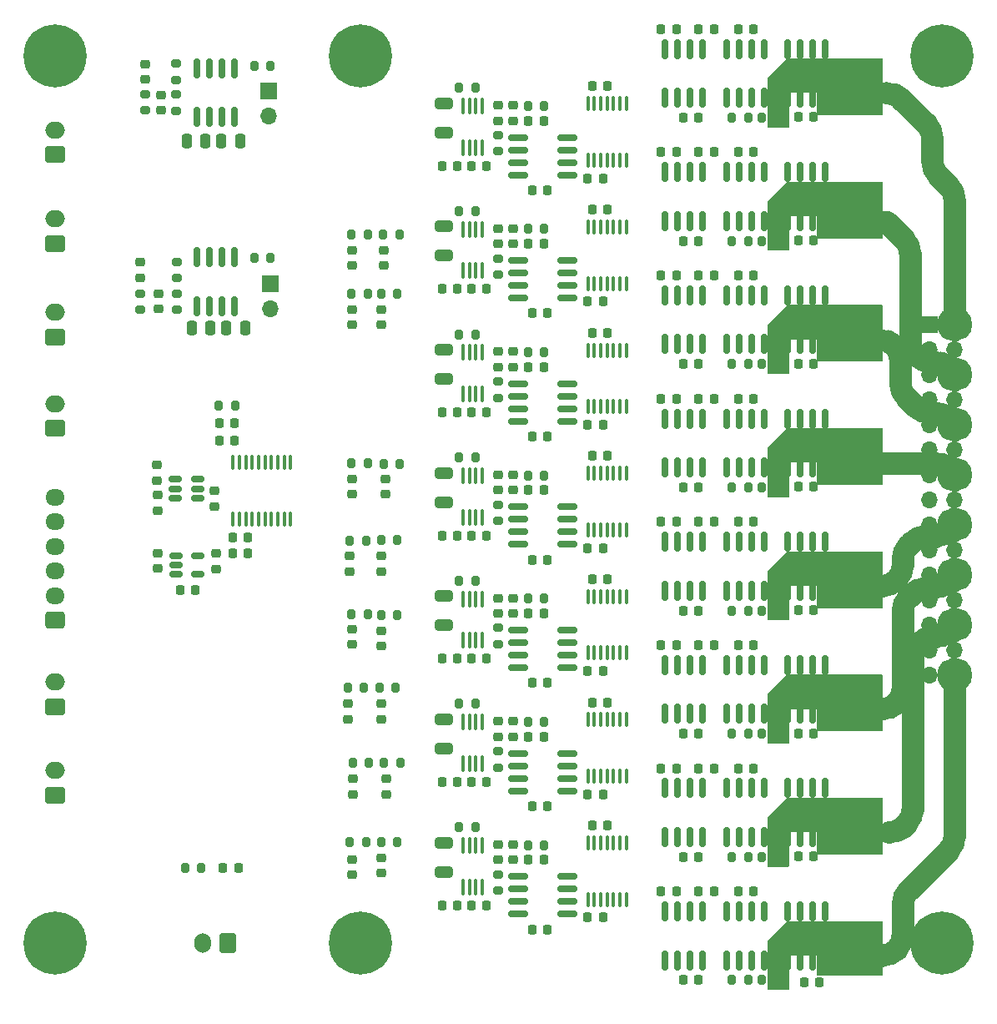
<source format=gts>
%TF.GenerationSoftware,KiCad,Pcbnew,7.0.10*%
%TF.CreationDate,2024-02-04T21:05:04+01:00*%
%TF.ProjectId,demo_LMP7721,64656d6f-5f4c-44d5-9037-3732312e6b69,rev?*%
%TF.SameCoordinates,Original*%
%TF.FileFunction,Soldermask,Top*%
%TF.FilePolarity,Negative*%
%FSLAX46Y46*%
G04 Gerber Fmt 4.6, Leading zero omitted, Abs format (unit mm)*
G04 Created by KiCad (PCBNEW 7.0.10) date 2024-02-04 21:05:04*
%MOMM*%
%LPD*%
G01*
G04 APERTURE LIST*
G04 Aperture macros list*
%AMRoundRect*
0 Rectangle with rounded corners*
0 $1 Rounding radius*
0 $2 $3 $4 $5 $6 $7 $8 $9 X,Y pos of 4 corners*
0 Add a 4 corners polygon primitive as box body*
4,1,4,$2,$3,$4,$5,$6,$7,$8,$9,$2,$3,0*
0 Add four circle primitives for the rounded corners*
1,1,$1+$1,$2,$3*
1,1,$1+$1,$4,$5*
1,1,$1+$1,$6,$7*
1,1,$1+$1,$8,$9*
0 Add four rect primitives between the rounded corners*
20,1,$1+$1,$2,$3,$4,$5,0*
20,1,$1+$1,$4,$5,$6,$7,0*
20,1,$1+$1,$6,$7,$8,$9,0*
20,1,$1+$1,$8,$9,$2,$3,0*%
G04 Aperture macros list end*
%ADD10C,1.795065*%
%ADD11C,2.250000*%
%ADD12C,1.500000*%
%ADD13RoundRect,0.225000X-0.225000X-0.250000X0.225000X-0.250000X0.225000X0.250000X-0.225000X0.250000X0*%
%ADD14RoundRect,0.200000X0.200000X0.275000X-0.200000X0.275000X-0.200000X-0.275000X0.200000X-0.275000X0*%
%ADD15RoundRect,0.225000X-0.250000X0.225000X-0.250000X-0.225000X0.250000X-0.225000X0.250000X0.225000X0*%
%ADD16RoundRect,0.150000X-0.150000X0.825000X-0.150000X-0.825000X0.150000X-0.825000X0.150000X0.825000X0*%
%ADD17RoundRect,0.250000X0.625000X-0.312500X0.625000X0.312500X-0.625000X0.312500X-0.625000X-0.312500X0*%
%ADD18RoundRect,0.225000X0.250000X-0.225000X0.250000X0.225000X-0.250000X0.225000X-0.250000X-0.225000X0*%
%ADD19RoundRect,0.225000X0.225000X0.250000X-0.225000X0.250000X-0.225000X-0.250000X0.225000X-0.250000X0*%
%ADD20RoundRect,0.150000X0.150000X-0.825000X0.150000X0.825000X-0.150000X0.825000X-0.150000X-0.825000X0*%
%ADD21C,0.800000*%
%ADD22C,6.400000*%
%ADD23RoundRect,0.200000X-0.200000X-0.275000X0.200000X-0.275000X0.200000X0.275000X-0.200000X0.275000X0*%
%ADD24RoundRect,0.150000X0.825000X0.150000X-0.825000X0.150000X-0.825000X-0.150000X0.825000X-0.150000X0*%
%ADD25RoundRect,0.200000X-0.275000X0.200000X-0.275000X-0.200000X0.275000X-0.200000X0.275000X0.200000X0*%
%ADD26RoundRect,0.250000X0.725000X-0.600000X0.725000X0.600000X-0.725000X0.600000X-0.725000X-0.600000X0*%
%ADD27O,1.950000X1.700000*%
%ADD28RoundRect,0.250000X-0.650000X0.325000X-0.650000X-0.325000X0.650000X-0.325000X0.650000X0.325000X0*%
%ADD29R,1.700000X1.700000*%
%ADD30O,1.700000X1.700000*%
%ADD31RoundRect,0.100000X0.100000X-0.712500X0.100000X0.712500X-0.100000X0.712500X-0.100000X-0.712500X0*%
%ADD32RoundRect,0.218750X0.218750X0.256250X-0.218750X0.256250X-0.218750X-0.256250X0.218750X-0.256250X0*%
%ADD33RoundRect,0.150000X-0.512500X-0.150000X0.512500X-0.150000X0.512500X0.150000X-0.512500X0.150000X0*%
%ADD34RoundRect,0.250000X-0.250000X-0.475000X0.250000X-0.475000X0.250000X0.475000X-0.250000X0.475000X0*%
%ADD35RoundRect,0.100000X0.100000X-0.637500X0.100000X0.637500X-0.100000X0.637500X-0.100000X-0.637500X0*%
%ADD36RoundRect,0.218750X-0.256250X0.218750X-0.256250X-0.218750X0.256250X-0.218750X0.256250X0.218750X0*%
%ADD37RoundRect,0.250000X0.250000X0.475000X-0.250000X0.475000X-0.250000X-0.475000X0.250000X-0.475000X0*%
%ADD38RoundRect,0.200000X0.275000X-0.200000X0.275000X0.200000X-0.275000X0.200000X-0.275000X-0.200000X0*%
%ADD39RoundRect,0.250000X0.750000X-0.600000X0.750000X0.600000X-0.750000X0.600000X-0.750000X-0.600000X0*%
%ADD40O,2.000000X1.700000*%
%ADD41RoundRect,0.250000X0.600000X0.750000X-0.600000X0.750000X-0.600000X-0.750000X0.600000X-0.750000X0*%
%ADD42O,1.700000X2.000000*%
G04 APERTURE END LIST*
D10*
X162162532Y-87700000D02*
G75*
G03*
X160367468Y-87700000I-897532J0D01*
G01*
X160367468Y-87700000D02*
G75*
G03*
X162162532Y-87700000I897532J0D01*
G01*
D11*
X155860801Y-34360773D02*
G75*
G03*
X154446573Y-33775000I-1414201J-1414227D01*
G01*
X153896573Y-121274980D02*
G75*
G03*
X155310785Y-120689213I27J1999980D01*
G01*
X161265022Y-44593427D02*
G75*
G03*
X160679214Y-43179214I-2000122J-73D01*
G01*
D12*
X153896573Y-121275000D02*
X152750000Y-121275000D01*
D11*
X159261573Y-78714980D02*
G75*
G03*
X160675785Y-78129213I27J1999980D01*
G01*
X159585787Y-42085787D02*
X160679214Y-43179214D01*
X155414213Y-95585787D02*
X155310786Y-95689214D01*
X155749978Y-63171573D02*
G75*
G03*
X156335786Y-64585786I2000122J73D01*
G01*
X155164213Y-59414213D02*
X155110786Y-59360786D01*
X157414213Y-60414213D02*
X157335786Y-60335786D01*
X159585787Y-42085787D02*
X160679214Y-43179214D01*
X155414213Y-120585787D02*
X155310786Y-120689214D01*
X158343427Y-83984978D02*
G75*
G03*
X156929213Y-84570787I73J-2000122D01*
G01*
X156000000Y-116078427D02*
X156000000Y-119171573D01*
X160679227Y-110570801D02*
G75*
G03*
X161265000Y-109156573I-1414227J1414201D01*
G01*
X156749978Y-58921573D02*
G75*
G03*
X157335786Y-60335786I2000122J73D01*
G01*
X159000020Y-40671573D02*
G75*
G03*
X159585788Y-42085786I1999980J-27D01*
G01*
X160675779Y-66790793D02*
G75*
G03*
X159261573Y-66205000I-1414179J-1414107D01*
G01*
X157369220Y-65619206D02*
G75*
G03*
X158783427Y-66205000I1414180J1414106D01*
G01*
D10*
X162162532Y-77540000D02*
G75*
G03*
X160367468Y-77540000I-897532J0D01*
G01*
X160367468Y-77540000D02*
G75*
G03*
X162162532Y-77540000I897532J0D01*
G01*
D11*
X156929213Y-84570787D02*
X156585786Y-84914214D01*
X159015927Y-89000020D02*
G75*
G03*
X157601714Y-89585788I-27J-1999980D01*
G01*
X154646573Y-108774980D02*
G75*
G03*
X156060785Y-108189213I27J1999980D01*
G01*
X159136573Y-89000000D02*
X159015927Y-89000000D01*
X161265000Y-92780000D02*
X161265000Y-109156573D01*
X153896573Y-83775022D02*
G75*
G03*
X155310786Y-83189214I-73J2000122D01*
G01*
X155414206Y-83085780D02*
G75*
G03*
X156000000Y-81671573I-1414106J1414180D01*
G01*
D10*
X162162532Y-67380000D02*
G75*
G03*
X160367468Y-67380000I-897532J0D01*
G01*
X160367468Y-67380000D02*
G75*
G03*
X162162532Y-67380000I897532J0D01*
G01*
D11*
X156585772Y-84914200D02*
G75*
G03*
X156000000Y-86328427I1414228J-1414200D01*
G01*
X161265000Y-67380000D02*
X160675786Y-66790786D01*
X158999980Y-38328427D02*
G75*
G03*
X158414213Y-36914215I-1999980J27D01*
G01*
X159136573Y-61000000D02*
X158828427Y-61000000D01*
X156749984Y-50053122D02*
G75*
G03*
X156164213Y-48638908I-1999984J22D01*
G01*
X157585772Y-89601700D02*
G75*
G03*
X157000000Y-91015927I1414228J-1414200D01*
G01*
X159071573Y-83985022D02*
G75*
G03*
X160485786Y-83399214I-73J2000122D01*
G01*
D10*
X162162532Y-92780000D02*
G75*
G03*
X160367468Y-92780000I-897532J0D01*
G01*
X160367468Y-92780000D02*
G75*
G03*
X162162532Y-92780000I897532J0D01*
G01*
D11*
X158363427Y-78714978D02*
G75*
G03*
X156949213Y-79300787I73J-2000122D01*
G01*
X161265000Y-44593427D02*
X161265000Y-57220000D01*
X155860787Y-34360787D02*
X158414214Y-36914214D01*
X159071573Y-83985000D02*
X158343427Y-83985000D01*
X159000000Y-38328427D02*
X159000000Y-40671573D01*
X156750000Y-58921573D02*
X156750000Y-50053122D01*
X160679213Y-110570787D02*
X156585786Y-114664214D01*
X161265000Y-44593427D02*
X161265000Y-57220000D01*
X155414206Y-120585780D02*
G75*
G03*
X156000000Y-119171573I-1414106J1414180D01*
G01*
X161265022Y-44593427D02*
G75*
G03*
X160679214Y-43179214I-2000122J-73D01*
G01*
X160550800Y-61585772D02*
G75*
G03*
X159136573Y-61000000I-1414200J-1414228D01*
G01*
X155750000Y-63171573D02*
X155750000Y-60828427D01*
X155860801Y-34360773D02*
G75*
G03*
X154446573Y-33775000I-1414201J-1414227D01*
G01*
X155414227Y-95585801D02*
G75*
G03*
X156000000Y-94171573I-1414227J1414201D01*
G01*
X153896573Y-96274980D02*
G75*
G03*
X155310785Y-95689213I27J1999980D01*
G01*
D10*
X162162532Y-62300000D02*
G75*
G03*
X160367468Y-62300000I-897532J0D01*
G01*
X160367468Y-62300000D02*
G75*
G03*
X162162532Y-62300000I897532J0D01*
G01*
D11*
X161265000Y-62300000D02*
X160550786Y-61585786D01*
X156585793Y-114664221D02*
G75*
G03*
X156000000Y-116078427I1414107J-1414179D01*
G01*
D10*
X162162532Y-72460000D02*
G75*
G03*
X160367468Y-72460000I-897532J0D01*
G01*
X160367468Y-72460000D02*
G75*
G03*
X162162532Y-72460000I897532J0D01*
G01*
D11*
X159261573Y-66205000D02*
X158783427Y-66205000D01*
X156000000Y-86328427D02*
X156000000Y-94171573D01*
X157369213Y-65619213D02*
X156335786Y-64585786D01*
X161265000Y-72460000D02*
X160665786Y-71860786D01*
X161265000Y-82620000D02*
X160485786Y-83399214D01*
D12*
X154646573Y-108775000D02*
X152750000Y-108775000D01*
D11*
X159000020Y-40671573D02*
G75*
G03*
X159585788Y-42085786I1999980J-27D01*
G01*
X153896573Y-83775000D02*
X152750000Y-83775000D01*
D10*
X162162532Y-57220000D02*
G75*
G03*
X160367468Y-57220000I-897532J0D01*
G01*
X160367468Y-57220000D02*
G75*
G03*
X162162532Y-57220000I897532J0D01*
G01*
D12*
X154386081Y-46860796D02*
G75*
G03*
X152971878Y-46275000I-1414181J-1414104D01*
G01*
D11*
X159251573Y-71275000D02*
X152750000Y-71275000D01*
X155110779Y-59360793D02*
G75*
G03*
X153696573Y-58775000I-1414179J-1414107D01*
G01*
X155750022Y-60828427D02*
G75*
G03*
X155164213Y-59414213I-2000122J-73D01*
G01*
X156000000Y-81078427D02*
X156000000Y-81671573D01*
X159000000Y-38328427D02*
X159000000Y-40671573D01*
D12*
X153696573Y-58775000D02*
X152750000Y-58775000D01*
D11*
X161265000Y-87700000D02*
X160550786Y-88414214D01*
D10*
X162162532Y-82620000D02*
G75*
G03*
X160367468Y-82620000I-897532J0D01*
G01*
X160367468Y-82620000D02*
G75*
G03*
X162162532Y-82620000I897532J0D01*
G01*
D11*
X157601713Y-89585787D02*
X157585786Y-89601714D01*
X161265000Y-77540000D02*
X160675786Y-78129214D01*
X157414199Y-60414227D02*
G75*
G03*
X158828427Y-61000000I1414201J1414227D01*
G01*
X156414213Y-107835787D02*
X156060786Y-108189214D01*
X159136573Y-89000022D02*
G75*
G03*
X160550786Y-88414214I-73J2000122D01*
G01*
X158999980Y-38328427D02*
G75*
G03*
X158414213Y-36914215I-1999980J27D01*
G01*
X156414227Y-107835801D02*
G75*
G03*
X157000000Y-106421573I-1414227J1414201D01*
G01*
X159261573Y-78715000D02*
X158363427Y-78715000D01*
X156585772Y-79664200D02*
G75*
G03*
X156000000Y-81078427I1414228J-1414200D01*
G01*
X155414213Y-83085787D02*
X155310786Y-83189214D01*
X156164213Y-48638908D02*
X154386091Y-46860786D01*
D12*
X153896573Y-96275000D02*
X152750000Y-96275000D01*
D11*
X157000000Y-91015927D02*
X157000000Y-106421573D01*
X156949213Y-79300787D02*
X156585786Y-79664214D01*
X160665779Y-71860793D02*
G75*
G03*
X159251573Y-71275000I-1414179J-1414107D01*
G01*
X155860787Y-34360787D02*
X158414214Y-36914214D01*
D13*
%TO.C,C82*%
X124475000Y-33062500D03*
X126025000Y-33062500D03*
%TD*%
D14*
%TO.C,R71*%
X91825000Y-50500000D03*
X90175000Y-50500000D03*
%TD*%
D15*
%TO.C,C7*%
X86150000Y-74114000D03*
X86150000Y-75664000D03*
%TD*%
D16*
%TO.C,U3*%
X135655000Y-41775000D03*
X134385000Y-41775000D03*
X133115000Y-41775000D03*
X131845000Y-41775000D03*
X131845000Y-46725000D03*
X133115000Y-46725000D03*
X134385000Y-46725000D03*
X135655000Y-46725000D03*
%TD*%
D17*
%TO.C,R9*%
X150500000Y-34212500D03*
X150500000Y-31287500D03*
%TD*%
D18*
%TO.C,C112*%
X103100000Y-112875000D03*
X103100000Y-111325000D03*
%TD*%
%TO.C,C15*%
X80700000Y-35505000D03*
X80700000Y-33955000D03*
%TD*%
D13*
%TO.C,C86*%
X133725000Y-123750000D03*
X135275000Y-123750000D03*
%TD*%
%TO.C,C137*%
X118025000Y-36550000D03*
X119575000Y-36550000D03*
%TD*%
%TO.C,C67*%
X124475000Y-108062500D03*
X126025000Y-108062500D03*
%TD*%
D19*
%TO.C,C42*%
X136825000Y-64750000D03*
X135275000Y-64750000D03*
%TD*%
D20*
%TO.C,U18*%
X138095000Y-59225000D03*
X139365000Y-59225000D03*
X140635000Y-59225000D03*
X141905000Y-59225000D03*
X141905000Y-54275000D03*
X140635000Y-54275000D03*
X139365000Y-54275000D03*
X138095000Y-54275000D03*
%TD*%
D21*
%TO.C,H3*%
X67600000Y-120000000D03*
X68302944Y-118302944D03*
X68302944Y-121697056D03*
X70000000Y-117600000D03*
D22*
X70000000Y-120000000D03*
D21*
X70000000Y-122400000D03*
X71697056Y-118302944D03*
X71697056Y-121697056D03*
X72400000Y-120000000D03*
%TD*%
D23*
%TO.C,R13*%
X103075000Y-54075000D03*
X104725000Y-54075000D03*
%TD*%
D24*
%TO.C,U40*%
X121925000Y-104555000D03*
X121925000Y-103285000D03*
X121925000Y-102015000D03*
X121925000Y-100745000D03*
X116975000Y-100745000D03*
X116975000Y-102015000D03*
X116975000Y-103285000D03*
X116975000Y-104555000D03*
%TD*%
%TO.C,U8*%
X121925000Y-54555000D03*
X121925000Y-53285000D03*
X121925000Y-52015000D03*
X121925000Y-50745000D03*
X116975000Y-50745000D03*
X116975000Y-52015000D03*
X116975000Y-53285000D03*
X116975000Y-54555000D03*
%TD*%
D18*
%TO.C,C17*%
X103300000Y-51250000D03*
X103300000Y-49700000D03*
%TD*%
%TO.C,C117*%
X100100000Y-89675000D03*
X100100000Y-88125000D03*
%TD*%
D25*
%TO.C,R63*%
X114950000Y-38025000D03*
X114950000Y-39675000D03*
%TD*%
D19*
%TO.C,C74*%
X110775000Y-103650000D03*
X109225000Y-103650000D03*
%TD*%
D17*
%TO.C,R41*%
X150500000Y-121712500D03*
X150500000Y-118787500D03*
%TD*%
D26*
%TO.C,J2*%
X69975000Y-87250000D03*
D27*
X69975000Y-84750000D03*
X69975000Y-82250000D03*
X69975000Y-79750000D03*
X69975000Y-77250000D03*
X69975000Y-74750000D03*
%TD*%
D15*
%TO.C,C46*%
X114950000Y-60000000D03*
X114950000Y-61550000D03*
%TD*%
D28*
%TO.C,C129*%
X109400000Y-109800000D03*
X109400000Y-112750000D03*
%TD*%
D19*
%TO.C,C98*%
X136825000Y-89750000D03*
X135275000Y-89750000D03*
%TD*%
D13*
%TO.C,C77*%
X124475000Y-95562500D03*
X126025000Y-95562500D03*
%TD*%
D18*
%TO.C,C16*%
X152750000Y-33775000D03*
X152750000Y-32225000D03*
%TD*%
D29*
%TO.C,U38*%
X158725000Y-57220000D03*
D30*
X161265000Y-57220000D03*
X158725000Y-59760000D03*
X161265000Y-59760000D03*
X158725000Y-62300000D03*
X161265000Y-62300000D03*
X158725000Y-64840000D03*
X161265000Y-64840000D03*
X158725000Y-67380000D03*
X161265000Y-67380000D03*
X158725000Y-69920000D03*
X161265000Y-69920000D03*
X158725000Y-72460000D03*
X161265000Y-72460000D03*
X158725000Y-75000000D03*
X161265000Y-75000000D03*
X158725000Y-77540000D03*
X161265000Y-77540000D03*
X158725000Y-80080000D03*
X161265000Y-80080000D03*
X158725000Y-82620000D03*
X161265000Y-82620000D03*
X158725000Y-85160000D03*
X161265000Y-85160000D03*
X158725000Y-87700000D03*
X161265000Y-87700000D03*
X158725000Y-90240000D03*
X161265000Y-90240000D03*
X158725000Y-92780000D03*
X161265000Y-92780000D03*
%TD*%
D18*
%TO.C,C20*%
X100100000Y-51250000D03*
X100100000Y-49700000D03*
%TD*%
D13*
%TO.C,C65*%
X118375000Y-118600000D03*
X119925000Y-118600000D03*
%TD*%
D31*
%TO.C,U39*%
X111387500Y-101787501D03*
X112037500Y-101787501D03*
X112687500Y-101787501D03*
X113337500Y-101787501D03*
X113337500Y-97562501D03*
X112687500Y-97562501D03*
X112037500Y-97562501D03*
X111387500Y-97562501D03*
%TD*%
D17*
%TO.C,R28*%
X150500000Y-84212500D03*
X150500000Y-81287500D03*
%TD*%
D25*
%TO.C,R69*%
X114950000Y-113025000D03*
X114950000Y-114675000D03*
%TD*%
D23*
%TO.C,R50*%
X100075000Y-86630000D03*
X101725000Y-86630000D03*
%TD*%
D13*
%TO.C,C92*%
X112225000Y-116150000D03*
X113775000Y-116150000D03*
%TD*%
D15*
%TO.C,C66*%
X114950000Y-110000000D03*
X114950000Y-111550000D03*
%TD*%
D13*
%TO.C,C59*%
X124025000Y-79900000D03*
X125575000Y-79900000D03*
%TD*%
%TO.C,C75*%
X118375000Y-106100000D03*
X119925000Y-106100000D03*
%TD*%
D18*
%TO.C,C97*%
X103100000Y-89875000D03*
X103100000Y-88325000D03*
%TD*%
%TO.C,C4*%
X80350000Y-76089000D03*
X80350000Y-74539000D03*
%TD*%
D19*
%TO.C,C110*%
X146975000Y-111200000D03*
X145425000Y-111200000D03*
%TD*%
%TO.C,C29*%
X136825000Y-52250000D03*
X135275000Y-52250000D03*
%TD*%
D15*
%TO.C,C134*%
X116500000Y-85000000D03*
X116500000Y-86550000D03*
%TD*%
D20*
%TO.C,U24*%
X138095000Y-84225000D03*
X139365000Y-84225000D03*
X140635000Y-84225000D03*
X141905000Y-84225000D03*
X141905000Y-79275000D03*
X140635000Y-79275000D03*
X139365000Y-79275000D03*
X138095000Y-79275000D03*
%TD*%
D32*
%TO.C,D2*%
X88587500Y-112400000D03*
X87012500Y-112400000D03*
%TD*%
D13*
%TO.C,C107*%
X133725000Y-111250000D03*
X135275000Y-111250000D03*
%TD*%
%TO.C,C91*%
X112225000Y-78650000D03*
X113775000Y-78650000D03*
%TD*%
D18*
%TO.C,C109*%
X152750000Y-108775000D03*
X152750000Y-107225000D03*
%TD*%
D13*
%TO.C,C99*%
X131475000Y-89750000D03*
X133025000Y-89750000D03*
%TD*%
D33*
%TO.C,U6*%
X82150000Y-72939000D03*
X82150000Y-73889000D03*
X82150000Y-74839000D03*
X84425000Y-74839000D03*
X84425000Y-73889000D03*
X84425000Y-72939000D03*
%TD*%
D13*
%TO.C,C141*%
X118025000Y-86550000D03*
X119575000Y-86550000D03*
%TD*%
D34*
%TO.C,C114*%
X83850000Y-57600000D03*
X85750000Y-57600000D03*
%TD*%
D15*
%TO.C,C130*%
X116500000Y-35000000D03*
X116500000Y-36550000D03*
%TD*%
D31*
%TO.C,U34*%
X111387500Y-89287501D03*
X112037500Y-89287501D03*
X112687500Y-89287501D03*
X113337500Y-89287501D03*
X113337500Y-85062501D03*
X112687500Y-85062501D03*
X112037500Y-85062501D03*
X111387500Y-85062501D03*
%TD*%
D14*
%TO.C,R2*%
X140300000Y-48750000D03*
X138650000Y-48750000D03*
%TD*%
D15*
%TO.C,C133*%
X116500000Y-72500000D03*
X116500000Y-74050000D03*
%TD*%
D16*
%TO.C,U20*%
X135655000Y-66775000D03*
X134385000Y-66775000D03*
X133115000Y-66775000D03*
X131845000Y-66775000D03*
X131845000Y-71725000D03*
X133115000Y-71725000D03*
X134385000Y-71725000D03*
X135655000Y-71725000D03*
%TD*%
D14*
%TO.C,R25*%
X140300000Y-86250000D03*
X138650000Y-86250000D03*
%TD*%
D13*
%TO.C,C89*%
X112225000Y-53650000D03*
X113775000Y-53650000D03*
%TD*%
D23*
%TO.C,R12*%
X117975000Y-110050000D03*
X119625000Y-110050000D03*
%TD*%
D13*
%TO.C,C142*%
X118025000Y-99050000D03*
X119575000Y-99050000D03*
%TD*%
D23*
%TO.C,R48*%
X100075000Y-71300000D03*
X101725000Y-71300000D03*
%TD*%
D20*
%TO.C,U5*%
X84365000Y-36205000D03*
X85635000Y-36205000D03*
X86905000Y-36205000D03*
X88175000Y-36205000D03*
X88175000Y-31255000D03*
X86905000Y-31255000D03*
X85635000Y-31255000D03*
X84365000Y-31255000D03*
%TD*%
D19*
%TO.C,C41*%
X140875000Y-27250000D03*
X139325000Y-27250000D03*
%TD*%
%TO.C,C3*%
X110775000Y-53650000D03*
X109225000Y-53650000D03*
%TD*%
D15*
%TO.C,C71*%
X114950000Y-85000000D03*
X114950000Y-86550000D03*
%TD*%
D18*
%TO.C,C111*%
X103600000Y-104875000D03*
X103600000Y-103325000D03*
%TD*%
D35*
%TO.C,U2*%
X88025000Y-76951500D03*
X88675000Y-76951500D03*
X89325000Y-76951500D03*
X89975000Y-76951500D03*
X90625000Y-76951500D03*
X91275000Y-76951500D03*
X91925000Y-76951500D03*
X92575000Y-76951500D03*
X93225000Y-76951500D03*
X93875000Y-76951500D03*
X93875000Y-71226500D03*
X93225000Y-71226500D03*
X92575000Y-71226500D03*
X91925000Y-71226500D03*
X91275000Y-71226500D03*
X90625000Y-71226500D03*
X89975000Y-71226500D03*
X89325000Y-71226500D03*
X88675000Y-71226500D03*
X88025000Y-71226500D03*
%TD*%
D17*
%TO.C,R22*%
X150500000Y-71712500D03*
X150500000Y-68787500D03*
%TD*%
D14*
%TO.C,R7*%
X140300000Y-36250000D03*
X138650000Y-36250000D03*
%TD*%
D23*
%TO.C,R24*%
X117975000Y-97550000D03*
X119625000Y-97550000D03*
%TD*%
D19*
%TO.C,C39*%
X146975000Y-61200000D03*
X145425000Y-61200000D03*
%TD*%
D13*
%TO.C,C50*%
X124025000Y-67400000D03*
X125575000Y-67400000D03*
%TD*%
D23*
%TO.C,R5*%
X86575000Y-65426500D03*
X88225000Y-65426500D03*
%TD*%
D29*
%TO.C,J10*%
X91850000Y-53065000D03*
D30*
X91850000Y-55605000D03*
%TD*%
D15*
%TO.C,C30*%
X114950000Y-47500000D03*
X114950000Y-49050000D03*
%TD*%
D14*
%TO.C,R60*%
X112625000Y-83225000D03*
X110975000Y-83225000D03*
%TD*%
D18*
%TO.C,C19*%
X80500000Y-55675000D03*
X80500000Y-54125000D03*
%TD*%
D21*
%TO.C,H4*%
X157600000Y-120000000D03*
X158302944Y-118302944D03*
X158302944Y-121697056D03*
X160000000Y-117600000D03*
D22*
X160000000Y-120000000D03*
D21*
X160000000Y-122400000D03*
X161697056Y-118302944D03*
X161697056Y-121697056D03*
X162400000Y-120000000D03*
%TD*%
D25*
%TO.C,R65*%
X114950000Y-63025000D03*
X114950000Y-64675000D03*
%TD*%
D16*
%TO.C,U17*%
X135655000Y-54275000D03*
X134385000Y-54275000D03*
X133115000Y-54275000D03*
X131845000Y-54275000D03*
X131845000Y-59225000D03*
X133115000Y-59225000D03*
X134385000Y-59225000D03*
X135655000Y-59225000D03*
%TD*%
D25*
%TO.C,R66*%
X114950000Y-75525000D03*
X114950000Y-77175000D03*
%TD*%
D23*
%TO.C,R53*%
X99900000Y-109770000D03*
X101550000Y-109770000D03*
%TD*%
D36*
%TO.C,D3*%
X79100000Y-30812500D03*
X79100000Y-32387500D03*
%TD*%
D18*
%TO.C,C88*%
X152750000Y-121275000D03*
X152750000Y-119725000D03*
%TD*%
D15*
%TO.C,C136*%
X116500000Y-110000000D03*
X116500000Y-111550000D03*
%TD*%
D13*
%TO.C,C61*%
X133725000Y-86250000D03*
X135275000Y-86250000D03*
%TD*%
D19*
%TO.C,C51*%
X146975000Y-73700000D03*
X145425000Y-73700000D03*
%TD*%
D23*
%TO.C,R4*%
X117975000Y-47550000D03*
X119625000Y-47550000D03*
%TD*%
%TO.C,R47*%
X100075000Y-54075000D03*
X101725000Y-54075000D03*
%TD*%
D13*
%TO.C,C43*%
X131475000Y-64750000D03*
X133025000Y-64750000D03*
%TD*%
D19*
%TO.C,C8*%
X84187500Y-84214000D03*
X82637500Y-84214000D03*
%TD*%
D21*
%TO.C,H1*%
X157600000Y-30000000D03*
X158302944Y-28302944D03*
X158302944Y-31697056D03*
X160000000Y-27600000D03*
D22*
X160000000Y-30000000D03*
D21*
X160000000Y-32400000D03*
X161697056Y-28302944D03*
X161697056Y-31697056D03*
X162400000Y-30000000D03*
%TD*%
D28*
%TO.C,C126*%
X109400000Y-72300000D03*
X109400000Y-75250000D03*
%TD*%
D13*
%TO.C,C24*%
X133725000Y-48750000D03*
X135275000Y-48750000D03*
%TD*%
D31*
%TO.C,U31*%
X111387500Y-114287501D03*
X112037500Y-114287501D03*
X112687500Y-114287501D03*
X113337500Y-114287501D03*
X113337500Y-110062501D03*
X112687500Y-110062501D03*
X112037500Y-110062501D03*
X111387500Y-110062501D03*
%TD*%
D35*
%TO.C,U43*%
X124050000Y-40562500D03*
X124700000Y-40562500D03*
X125350000Y-40562500D03*
X126000000Y-40562500D03*
X126650000Y-40562500D03*
X127300000Y-40562500D03*
X127950000Y-40562500D03*
X127950000Y-34837500D03*
X127300000Y-34837500D03*
X126650000Y-34837500D03*
X126000000Y-34837500D03*
X125350000Y-34837500D03*
X124700000Y-34837500D03*
X124050000Y-34837500D03*
%TD*%
%TO.C,U37*%
X124050000Y-90562500D03*
X124700000Y-90562500D03*
X125350000Y-90562500D03*
X126000000Y-90562500D03*
X126650000Y-90562500D03*
X127300000Y-90562500D03*
X127950000Y-90562500D03*
X127950000Y-84837500D03*
X127300000Y-84837500D03*
X126650000Y-84837500D03*
X126000000Y-84837500D03*
X125350000Y-84837500D03*
X124700000Y-84837500D03*
X124050000Y-84837500D03*
%TD*%
D34*
%TO.C,C122*%
X83320000Y-38600000D03*
X85220000Y-38600000D03*
%TD*%
D37*
%TO.C,C121*%
X88750000Y-38600000D03*
X86850000Y-38600000D03*
%TD*%
D19*
%TO.C,C79*%
X110775000Y-41150000D03*
X109225000Y-41150000D03*
%TD*%
D16*
%TO.C,U45*%
X135655000Y-116775000D03*
X134385000Y-116775000D03*
X133115000Y-116775000D03*
X131845000Y-116775000D03*
X131845000Y-121725000D03*
X133115000Y-121725000D03*
X134385000Y-121725000D03*
X135655000Y-121725000D03*
%TD*%
D38*
%TO.C,R45*%
X79100000Y-35525000D03*
X79100000Y-33875000D03*
%TD*%
D29*
%TO.C,J7*%
X91680000Y-33535000D03*
D30*
X91680000Y-36075000D03*
%TD*%
D31*
%TO.C,U41*%
X111387500Y-39287501D03*
X112037500Y-39287501D03*
X112687500Y-39287501D03*
X113337500Y-39287501D03*
X113337500Y-35062501D03*
X112687500Y-35062501D03*
X112037500Y-35062501D03*
X111387500Y-35062501D03*
%TD*%
D25*
%TO.C,R67*%
X114950000Y-88025000D03*
X114950000Y-89675000D03*
%TD*%
D14*
%TO.C,R40*%
X143325000Y-123750000D03*
X141675000Y-123750000D03*
%TD*%
D20*
%TO.C,U49*%
X138095000Y-96725000D03*
X139365000Y-96725000D03*
X140635000Y-96725000D03*
X141905000Y-96725000D03*
X141905000Y-91775000D03*
X140635000Y-91775000D03*
X139365000Y-91775000D03*
X138095000Y-91775000D03*
%TD*%
D35*
%TO.C,U9*%
X124050000Y-53062500D03*
X124700000Y-53062500D03*
X125350000Y-53062500D03*
X126000000Y-53062500D03*
X126650000Y-53062500D03*
X127300000Y-53062500D03*
X127950000Y-53062500D03*
X127950000Y-47337500D03*
X127300000Y-47337500D03*
X126650000Y-47337500D03*
X126000000Y-47337500D03*
X125350000Y-47337500D03*
X124700000Y-47337500D03*
X124050000Y-47337500D03*
%TD*%
D39*
%TO.C,J9*%
X70000000Y-105000000D03*
D40*
X70000000Y-102500000D03*
%TD*%
D35*
%TO.C,U33*%
X124050000Y-115562500D03*
X124700000Y-115562500D03*
X125350000Y-115562500D03*
X126000000Y-115562500D03*
X126650000Y-115562500D03*
X127300000Y-115562500D03*
X127950000Y-115562500D03*
X127950000Y-109837500D03*
X127300000Y-109837500D03*
X126650000Y-109837500D03*
X126000000Y-109837500D03*
X125350000Y-109837500D03*
X124700000Y-109837500D03*
X124050000Y-109837500D03*
%TD*%
D38*
%TO.C,R44*%
X78600000Y-55725000D03*
X78600000Y-54075000D03*
%TD*%
D31*
%TO.C,U28*%
X111387500Y-76787501D03*
X112037500Y-76787501D03*
X112687500Y-76787501D03*
X113337500Y-76787501D03*
X113337500Y-72562501D03*
X112687500Y-72562501D03*
X112037500Y-72562501D03*
X111387500Y-72562501D03*
%TD*%
D14*
%TO.C,R70*%
X91825000Y-31000000D03*
X90175000Y-31000000D03*
%TD*%
D39*
%TO.C,J4*%
X70000000Y-58500000D03*
D40*
X70000000Y-56000000D03*
%TD*%
D19*
%TO.C,C108*%
X140875000Y-102250000D03*
X139325000Y-102250000D03*
%TD*%
D20*
%TO.C,U11*%
X138095000Y-34225000D03*
X139365000Y-34225000D03*
X140635000Y-34225000D03*
X141905000Y-34225000D03*
X141905000Y-29275000D03*
X140635000Y-29275000D03*
X139365000Y-29275000D03*
X138095000Y-29275000D03*
%TD*%
D19*
%TO.C,C62*%
X140875000Y-77250000D03*
X139325000Y-77250000D03*
%TD*%
D15*
%TO.C,C9*%
X86350000Y-80464000D03*
X86350000Y-82014000D03*
%TD*%
D13*
%TO.C,C44*%
X133725000Y-73750000D03*
X135275000Y-73750000D03*
%TD*%
%TO.C,C48*%
X124475000Y-58062500D03*
X126025000Y-58062500D03*
%TD*%
D19*
%TO.C,C18*%
X146975000Y-36200000D03*
X145425000Y-36200000D03*
%TD*%
D14*
%TO.C,R3*%
X143325000Y-48750000D03*
X141675000Y-48750000D03*
%TD*%
D19*
%TO.C,C10*%
X89525000Y-80426500D03*
X87975000Y-80426500D03*
%TD*%
D24*
%TO.C,U29*%
X121925000Y-79555000D03*
X121925000Y-78285000D03*
X121925000Y-77015000D03*
X121925000Y-75745000D03*
X116975000Y-75745000D03*
X116975000Y-77015000D03*
X116975000Y-78285000D03*
X116975000Y-79555000D03*
%TD*%
D13*
%TO.C,C100*%
X133725000Y-98750000D03*
X135275000Y-98750000D03*
%TD*%
D23*
%TO.C,R49*%
X99900000Y-79170000D03*
X101550000Y-79170000D03*
%TD*%
D13*
%TO.C,C143*%
X118025000Y-111550000D03*
X119575000Y-111550000D03*
%TD*%
D19*
%TO.C,C33*%
X110775000Y-66150000D03*
X109225000Y-66150000D03*
%TD*%
D24*
%TO.C,U35*%
X121925000Y-92055000D03*
X121925000Y-90785000D03*
X121925000Y-89515000D03*
X121925000Y-88245000D03*
X116975000Y-88245000D03*
X116975000Y-89515000D03*
X116975000Y-90785000D03*
X116975000Y-92055000D03*
%TD*%
D14*
%TO.C,R21*%
X143325000Y-73750000D03*
X141675000Y-73750000D03*
%TD*%
D18*
%TO.C,C28*%
X103100000Y-57250000D03*
X103100000Y-55700000D03*
%TD*%
D13*
%TO.C,C85*%
X131475000Y-114750000D03*
X133025000Y-114750000D03*
%TD*%
D14*
%TO.C,R62*%
X112625000Y-108225000D03*
X110975000Y-108225000D03*
%TD*%
D38*
%TO.C,R43*%
X82300000Y-52525000D03*
X82300000Y-50875000D03*
%TD*%
D20*
%TO.C,U21*%
X138095000Y-71725000D03*
X139365000Y-71725000D03*
X140635000Y-71725000D03*
X141905000Y-71725000D03*
X141905000Y-66775000D03*
X140635000Y-66775000D03*
X139365000Y-66775000D03*
X138095000Y-66775000D03*
%TD*%
D13*
%TO.C,C140*%
X118025000Y-74050000D03*
X119575000Y-74050000D03*
%TD*%
D18*
%TO.C,C53*%
X103100000Y-82275000D03*
X103100000Y-80725000D03*
%TD*%
D13*
%TO.C,C94*%
X112225000Y-103650000D03*
X113775000Y-103650000D03*
%TD*%
D21*
%TO.C,H5*%
X98600000Y-30000000D03*
X99302944Y-28302944D03*
X99302944Y-31697056D03*
X101000000Y-27600000D03*
D22*
X101000000Y-30000000D03*
D21*
X101000000Y-32400000D03*
X102697056Y-28302944D03*
X102697056Y-31697056D03*
X103400000Y-30000000D03*
%TD*%
D33*
%TO.C,U7*%
X82212500Y-80689000D03*
X82212500Y-81639000D03*
X82212500Y-82589000D03*
X84487500Y-82589000D03*
X84487500Y-80689000D03*
%TD*%
D19*
%TO.C,C11*%
X89525000Y-78826500D03*
X87975000Y-78826500D03*
%TD*%
D13*
%TO.C,C32*%
X124025000Y-54900000D03*
X125575000Y-54900000D03*
%TD*%
D16*
%TO.C,U10*%
X135655000Y-29275000D03*
X134385000Y-29275000D03*
X133115000Y-29275000D03*
X131845000Y-29275000D03*
X131845000Y-34225000D03*
X133115000Y-34225000D03*
X134385000Y-34225000D03*
X135655000Y-34225000D03*
%TD*%
D14*
%TO.C,R27*%
X140300000Y-123750000D03*
X138650000Y-123750000D03*
%TD*%
D39*
%TO.C,J1*%
X70000000Y-40000000D03*
D40*
X70000000Y-37500000D03*
%TD*%
D13*
%TO.C,C1*%
X131475000Y-27250000D03*
X133025000Y-27250000D03*
%TD*%
D38*
%TO.C,R54*%
X82270000Y-35555000D03*
X82270000Y-33905000D03*
%TD*%
D14*
%TO.C,R26*%
X143325000Y-86250000D03*
X141675000Y-86250000D03*
%TD*%
%TO.C,R14*%
X140300000Y-61250000D03*
X138650000Y-61250000D03*
%TD*%
D13*
%TO.C,C57*%
X131475000Y-77250000D03*
X133025000Y-77250000D03*
%TD*%
D41*
%TO.C,J3*%
X87500000Y-120000000D03*
D42*
X85000000Y-120000000D03*
%TD*%
D18*
%TO.C,C38*%
X152750000Y-58775000D03*
X152750000Y-57225000D03*
%TD*%
D24*
%TO.C,U32*%
X121925000Y-117055000D03*
X121925000Y-115785000D03*
X121925000Y-114515000D03*
X121925000Y-113245000D03*
X116975000Y-113245000D03*
X116975000Y-114515000D03*
X116975000Y-115785000D03*
X116975000Y-117055000D03*
%TD*%
D19*
%TO.C,C60*%
X110775000Y-116150000D03*
X109225000Y-116150000D03*
%TD*%
%TO.C,C27*%
X146975000Y-48700000D03*
X145425000Y-48700000D03*
%TD*%
D13*
%TO.C,C13*%
X86625000Y-69026500D03*
X88175000Y-69026500D03*
%TD*%
D18*
%TO.C,C63*%
X152750000Y-83775000D03*
X152750000Y-82225000D03*
%TD*%
D23*
%TO.C,R46*%
X100075000Y-48075000D03*
X101725000Y-48075000D03*
%TD*%
%TO.C,R6*%
X117975000Y-60050000D03*
X119625000Y-60050000D03*
%TD*%
D16*
%TO.C,U48*%
X135655000Y-91775000D03*
X134385000Y-91775000D03*
X133115000Y-91775000D03*
X131845000Y-91775000D03*
X131845000Y-96725000D03*
X133115000Y-96725000D03*
X134385000Y-96725000D03*
X135655000Y-96725000D03*
%TD*%
%TO.C,U50*%
X148130000Y-91775000D03*
X146860000Y-91775000D03*
X145590000Y-91775000D03*
X144320000Y-91775000D03*
X144320000Y-96725000D03*
X145590000Y-96725000D03*
X146860000Y-96725000D03*
X148130000Y-96725000D03*
%TD*%
D14*
%TO.C,R31*%
X143325000Y-98750000D03*
X141675000Y-98750000D03*
%TD*%
D15*
%TO.C,C131*%
X116500000Y-47500000D03*
X116500000Y-49050000D03*
%TD*%
D23*
%TO.C,R8*%
X117975000Y-72550000D03*
X119625000Y-72550000D03*
%TD*%
D13*
%TO.C,C68*%
X124025000Y-117400000D03*
X125575000Y-117400000D03*
%TD*%
D23*
%TO.C,R52*%
X100175000Y-101700000D03*
X101825000Y-101700000D03*
%TD*%
D14*
%TO.C,R15*%
X143325000Y-61250000D03*
X141675000Y-61250000D03*
%TD*%
D13*
%TO.C,C36*%
X133725000Y-61250000D03*
X135275000Y-61250000D03*
%TD*%
D20*
%TO.C,U15*%
X138095000Y-46725000D03*
X139365000Y-46725000D03*
X140635000Y-46725000D03*
X141905000Y-46725000D03*
X141905000Y-41775000D03*
X140635000Y-41775000D03*
X139365000Y-41775000D03*
X138095000Y-41775000D03*
%TD*%
D14*
%TO.C,R61*%
X112625000Y-95725000D03*
X110975000Y-95725000D03*
%TD*%
D23*
%TO.C,R10*%
X103275000Y-48075000D03*
X104925000Y-48075000D03*
%TD*%
D16*
%TO.C,U51*%
X135655000Y-104275000D03*
X134385000Y-104275000D03*
X133115000Y-104275000D03*
X131845000Y-104275000D03*
X131845000Y-109225000D03*
X133115000Y-109225000D03*
X134385000Y-109225000D03*
X135655000Y-109225000D03*
%TD*%
D13*
%TO.C,C14*%
X118375000Y-56100000D03*
X119925000Y-56100000D03*
%TD*%
D18*
%TO.C,C120*%
X100100000Y-113075000D03*
X100100000Y-111525000D03*
%TD*%
%TO.C,C116*%
X99900000Y-82275000D03*
X99900000Y-80725000D03*
%TD*%
D13*
%TO.C,C78*%
X124025000Y-104900000D03*
X125575000Y-104900000D03*
%TD*%
%TO.C,C31*%
X124475000Y-45562500D03*
X126025000Y-45562500D03*
%TD*%
D15*
%TO.C,C132*%
X116500000Y-60000000D03*
X116500000Y-61550000D03*
%TD*%
D16*
%TO.C,U22*%
X148130000Y-66775000D03*
X146860000Y-66775000D03*
X145590000Y-66775000D03*
X144320000Y-66775000D03*
X144320000Y-71725000D03*
X145590000Y-71725000D03*
X146860000Y-71725000D03*
X148130000Y-71725000D03*
%TD*%
%TO.C,U23*%
X135655000Y-79275000D03*
X134385000Y-79275000D03*
X133115000Y-79275000D03*
X131845000Y-79275000D03*
X131845000Y-84225000D03*
X133115000Y-84225000D03*
X134385000Y-84225000D03*
X135655000Y-84225000D03*
%TD*%
D38*
%TO.C,R55*%
X82270000Y-32425000D03*
X82270000Y-30775000D03*
%TD*%
D19*
%TO.C,C69*%
X110775000Y-91150000D03*
X109225000Y-91150000D03*
%TD*%
D16*
%TO.C,U53*%
X148130000Y-104275000D03*
X146860000Y-104275000D03*
X145590000Y-104275000D03*
X144320000Y-104275000D03*
X144320000Y-109225000D03*
X145590000Y-109225000D03*
X146860000Y-109225000D03*
X148130000Y-109225000D03*
%TD*%
D13*
%TO.C,C58*%
X124475000Y-70562500D03*
X126025000Y-70562500D03*
%TD*%
D25*
%TO.C,R64*%
X114950000Y-50525000D03*
X114950000Y-52175000D03*
%TD*%
D24*
%TO.C,U42*%
X121925000Y-42055000D03*
X121925000Y-40785000D03*
X121925000Y-39515000D03*
X121925000Y-38245000D03*
X116975000Y-38245000D03*
X116975000Y-39515000D03*
X116975000Y-40785000D03*
X116975000Y-42055000D03*
%TD*%
D13*
%TO.C,C49*%
X133725000Y-36250000D03*
X135275000Y-36250000D03*
%TD*%
D18*
%TO.C,C119*%
X100200000Y-104875000D03*
X100200000Y-103325000D03*
%TD*%
D17*
%TO.C,R17*%
X150500000Y-59212500D03*
X150500000Y-56287500D03*
%TD*%
D14*
%TO.C,R58*%
X112625000Y-58225000D03*
X110975000Y-58225000D03*
%TD*%
D18*
%TO.C,C47*%
X152750000Y-71275000D03*
X152750000Y-69725000D03*
%TD*%
D13*
%TO.C,C12*%
X86625000Y-67226500D03*
X88175000Y-67226500D03*
%TD*%
%TO.C,C90*%
X112225000Y-66150000D03*
X113775000Y-66150000D03*
%TD*%
D16*
%TO.C,U12*%
X148130000Y-29275000D03*
X146860000Y-29275000D03*
X145590000Y-29275000D03*
X144320000Y-29275000D03*
X144320000Y-34225000D03*
X145590000Y-34225000D03*
X146860000Y-34225000D03*
X148130000Y-34225000D03*
%TD*%
D19*
%TO.C,C96*%
X147525000Y-124000000D03*
X145975000Y-124000000D03*
%TD*%
D20*
%TO.C,U52*%
X138095000Y-109225000D03*
X139365000Y-109225000D03*
X140635000Y-109225000D03*
X141905000Y-109225000D03*
X141905000Y-104275000D03*
X140635000Y-104275000D03*
X139365000Y-104275000D03*
X138095000Y-104275000D03*
%TD*%
D23*
%TO.C,R51*%
X99675000Y-94100000D03*
X101325000Y-94100000D03*
%TD*%
D15*
%TO.C,C135*%
X116500000Y-97500000D03*
X116500000Y-99050000D03*
%TD*%
%TO.C,C5*%
X80325000Y-71514000D03*
X80325000Y-73064000D03*
%TD*%
D37*
%TO.C,C113*%
X89250000Y-57600000D03*
X87350000Y-57600000D03*
%TD*%
D16*
%TO.C,U47*%
X148130000Y-116775000D03*
X146860000Y-116775000D03*
X145590000Y-116775000D03*
X144320000Y-116775000D03*
X144320000Y-121725000D03*
X145590000Y-121725000D03*
X146860000Y-121725000D03*
X148130000Y-121725000D03*
%TD*%
D15*
%TO.C,C6*%
X80412500Y-80439000D03*
X80412500Y-81989000D03*
%TD*%
%TO.C,C81*%
X114950000Y-35000000D03*
X114950000Y-36550000D03*
%TD*%
%TO.C,C56*%
X114950000Y-72500000D03*
X114950000Y-74050000D03*
%TD*%
D13*
%TO.C,C83*%
X124025000Y-42400000D03*
X125575000Y-42400000D03*
%TD*%
D35*
%TO.C,U30*%
X124050000Y-78062500D03*
X124700000Y-78062500D03*
X125350000Y-78062500D03*
X126000000Y-78062500D03*
X126650000Y-78062500D03*
X127300000Y-78062500D03*
X127950000Y-78062500D03*
X127950000Y-72337500D03*
X127300000Y-72337500D03*
X126650000Y-72337500D03*
X126000000Y-72337500D03*
X125350000Y-72337500D03*
X124700000Y-72337500D03*
X124050000Y-72337500D03*
%TD*%
D13*
%TO.C,C138*%
X118025000Y-49050000D03*
X119575000Y-49050000D03*
%TD*%
%TO.C,C73*%
X124025000Y-92400000D03*
X125575000Y-92400000D03*
%TD*%
%TO.C,C139*%
X118025000Y-61550000D03*
X119575000Y-61550000D03*
%TD*%
D14*
%TO.C,R56*%
X112625000Y-33225000D03*
X110975000Y-33225000D03*
%TD*%
D17*
%TO.C,R11*%
X150500000Y-46712500D03*
X150500000Y-43787500D03*
%TD*%
D23*
%TO.C,R39*%
X103375000Y-101700000D03*
X105025000Y-101700000D03*
%TD*%
D28*
%TO.C,C127*%
X109400000Y-84800000D03*
X109400000Y-87750000D03*
%TD*%
D31*
%TO.C,U25*%
X111387500Y-64287501D03*
X112037500Y-64287501D03*
X112687500Y-64287501D03*
X113337500Y-64287501D03*
X113337500Y-60062501D03*
X112687500Y-60062501D03*
X112037500Y-60062501D03*
X111387500Y-60062501D03*
%TD*%
D19*
%TO.C,C101*%
X140875000Y-89750000D03*
X139325000Y-89750000D03*
%TD*%
D13*
%TO.C,C72*%
X124475000Y-83062500D03*
X126025000Y-83062500D03*
%TD*%
D38*
%TO.C,R35*%
X82300000Y-55725000D03*
X82300000Y-54075000D03*
%TD*%
D13*
%TO.C,C70*%
X118375000Y-93600000D03*
X119925000Y-93600000D03*
%TD*%
D19*
%TO.C,C103*%
X146975000Y-98700000D03*
X145425000Y-98700000D03*
%TD*%
D17*
%TO.C,R38*%
X150500000Y-109212500D03*
X150500000Y-106287500D03*
%TD*%
D14*
%TO.C,R30*%
X140300000Y-98750000D03*
X138650000Y-98750000D03*
%TD*%
D18*
%TO.C,C21*%
X100100000Y-57250000D03*
X100100000Y-55700000D03*
%TD*%
D13*
%TO.C,C93*%
X112225000Y-91150000D03*
X113775000Y-91150000D03*
%TD*%
D23*
%TO.C,R18*%
X103300000Y-71360000D03*
X104950000Y-71360000D03*
%TD*%
D28*
%TO.C,C128*%
X109400000Y-97300000D03*
X109400000Y-100250000D03*
%TD*%
D18*
%TO.C,C26*%
X152750000Y-46275000D03*
X152750000Y-44725000D03*
%TD*%
D19*
%TO.C,C55*%
X136825000Y-77250000D03*
X135275000Y-77250000D03*
%TD*%
D23*
%TO.C,R42*%
X103075000Y-109700000D03*
X104725000Y-109700000D03*
%TD*%
%TO.C,R33*%
X102900000Y-94060000D03*
X104550000Y-94060000D03*
%TD*%
D14*
%TO.C,R57*%
X112625000Y-45725000D03*
X110975000Y-45725000D03*
%TD*%
D13*
%TO.C,C35*%
X131475000Y-52250000D03*
X133025000Y-52250000D03*
%TD*%
D16*
%TO.C,U16*%
X148130000Y-41775000D03*
X146860000Y-41775000D03*
X145590000Y-41775000D03*
X144320000Y-41775000D03*
X144320000Y-46725000D03*
X145590000Y-46725000D03*
X146860000Y-46725000D03*
X148130000Y-46725000D03*
%TD*%
D19*
%TO.C,C37*%
X140875000Y-52250000D03*
X139325000Y-52250000D03*
%TD*%
D13*
%TO.C,C34*%
X118375000Y-68600000D03*
X119925000Y-68600000D03*
%TD*%
D28*
%TO.C,C124*%
X109400000Y-47300000D03*
X109400000Y-50250000D03*
%TD*%
D23*
%TO.C,R20*%
X117975000Y-35050000D03*
X119625000Y-35050000D03*
%TD*%
D35*
%TO.C,U27*%
X124050000Y-65562500D03*
X124700000Y-65562500D03*
X125350000Y-65562500D03*
X126000000Y-65562500D03*
X126650000Y-65562500D03*
X127300000Y-65562500D03*
X127950000Y-65562500D03*
X127950000Y-59837500D03*
X127300000Y-59837500D03*
X126650000Y-59837500D03*
X126000000Y-59837500D03*
X125350000Y-59837500D03*
X124700000Y-59837500D03*
X124050000Y-59837500D03*
%TD*%
D19*
%TO.C,C22*%
X136825000Y-39750000D03*
X135275000Y-39750000D03*
%TD*%
D28*
%TO.C,C125*%
X109400000Y-59800000D03*
X109400000Y-62750000D03*
%TD*%
D19*
%TO.C,C87*%
X140875000Y-114750000D03*
X139325000Y-114750000D03*
%TD*%
D39*
%TO.C,J8*%
X70000000Y-96000000D03*
D40*
X70000000Y-93500000D03*
%TD*%
D24*
%TO.C,U26*%
X121925000Y-67055000D03*
X121925000Y-65785000D03*
X121925000Y-64515000D03*
X121925000Y-63245000D03*
X116975000Y-63245000D03*
X116975000Y-64515000D03*
X116975000Y-65785000D03*
X116975000Y-67055000D03*
%TD*%
D14*
%TO.C,R19*%
X140300000Y-73750000D03*
X138650000Y-73750000D03*
%TD*%
D25*
%TO.C,R68*%
X114950000Y-100525000D03*
X114950000Y-102175000D03*
%TD*%
D39*
%TO.C,J5*%
X70000000Y-49000000D03*
D40*
X70000000Y-46500000D03*
%TD*%
D21*
%TO.C,H6*%
X98600000Y-120000000D03*
X99302944Y-118302944D03*
X99302944Y-121697056D03*
X101000000Y-117600000D03*
D22*
X101000000Y-120000000D03*
D21*
X101000000Y-122400000D03*
X102697056Y-118302944D03*
X102697056Y-121697056D03*
X103400000Y-120000000D03*
%TD*%
D39*
%TO.C,J6*%
X69975000Y-67750000D03*
D40*
X69975000Y-65250000D03*
%TD*%
D13*
%TO.C,C54*%
X118375000Y-81100000D03*
X119925000Y-81100000D03*
%TD*%
D19*
%TO.C,C84*%
X136825000Y-114750000D03*
X135275000Y-114750000D03*
%TD*%
D31*
%TO.C,U1*%
X111387500Y-51787501D03*
X112037500Y-51787501D03*
X112687500Y-51787501D03*
X113337500Y-51787501D03*
X113337500Y-47562501D03*
X112687500Y-47562501D03*
X112037500Y-47562501D03*
X111387500Y-47562501D03*
%TD*%
D14*
%TO.C,R37*%
X143325000Y-111250000D03*
X141675000Y-111250000D03*
%TD*%
D23*
%TO.C,R23*%
X103075000Y-79100000D03*
X104725000Y-79100000D03*
%TD*%
D19*
%TO.C,C105*%
X136825000Y-102250000D03*
X135275000Y-102250000D03*
%TD*%
D16*
%TO.C,U19*%
X148130000Y-54275000D03*
X146860000Y-54275000D03*
X145590000Y-54275000D03*
X144320000Y-54275000D03*
X144320000Y-59225000D03*
X145590000Y-59225000D03*
X146860000Y-59225000D03*
X148130000Y-59225000D03*
%TD*%
D23*
%TO.C,R16*%
X117975000Y-85050000D03*
X119625000Y-85050000D03*
%TD*%
D18*
%TO.C,C115*%
X100100000Y-74475000D03*
X100100000Y-72925000D03*
%TD*%
D13*
%TO.C,C23*%
X131475000Y-39750000D03*
X133025000Y-39750000D03*
%TD*%
D21*
%TO.C,H2*%
X67600000Y-30000000D03*
X68302944Y-28302944D03*
X68302944Y-31697056D03*
X70000000Y-27600000D03*
D22*
X70000000Y-30000000D03*
D21*
X70000000Y-32400000D03*
X71697056Y-28302944D03*
X71697056Y-31697056D03*
X72400000Y-30000000D03*
%TD*%
D35*
%TO.C,U44*%
X124050000Y-103062500D03*
X124700000Y-103062500D03*
X125350000Y-103062500D03*
X126000000Y-103062500D03*
X126650000Y-103062500D03*
X127300000Y-103062500D03*
X127950000Y-103062500D03*
X127950000Y-97337500D03*
X127300000Y-97337500D03*
X126650000Y-97337500D03*
X126000000Y-97337500D03*
X125350000Y-97337500D03*
X124700000Y-97337500D03*
X124050000Y-97337500D03*
%TD*%
D19*
%TO.C,C25*%
X140875000Y-39750000D03*
X139325000Y-39750000D03*
%TD*%
D14*
%TO.C,R34*%
X140300000Y-111250000D03*
X138650000Y-111250000D03*
%TD*%
D19*
%TO.C,C2*%
X136825000Y-27250000D03*
X135275000Y-27250000D03*
%TD*%
%TO.C,C52*%
X110775000Y-78650000D03*
X109225000Y-78650000D03*
%TD*%
D13*
%TO.C,C80*%
X118375000Y-43600000D03*
X119925000Y-43600000D03*
%TD*%
D23*
%TO.C,R29*%
X103075000Y-86700000D03*
X104725000Y-86700000D03*
%TD*%
D20*
%TO.C,U46*%
X138095000Y-121725000D03*
X139365000Y-121725000D03*
X140635000Y-121725000D03*
X141905000Y-121725000D03*
X141905000Y-116775000D03*
X140635000Y-116775000D03*
X139365000Y-116775000D03*
X138095000Y-116775000D03*
%TD*%
D18*
%TO.C,C104*%
X103100000Y-97275000D03*
X103100000Y-95725000D03*
%TD*%
D13*
%TO.C,C95*%
X112225000Y-41150000D03*
X113775000Y-41150000D03*
%TD*%
D18*
%TO.C,C102*%
X152750000Y-96275000D03*
X152750000Y-94725000D03*
%TD*%
D17*
%TO.C,R32*%
X150500000Y-96712500D03*
X150500000Y-93787500D03*
%TD*%
D18*
%TO.C,C118*%
X99700000Y-97275000D03*
X99700000Y-95725000D03*
%TD*%
D15*
%TO.C,C76*%
X114950000Y-97500000D03*
X114950000Y-99050000D03*
%TD*%
D13*
%TO.C,C106*%
X131475000Y-102250000D03*
X133025000Y-102250000D03*
%TD*%
D19*
%TO.C,C45*%
X140875000Y-64750000D03*
X139325000Y-64750000D03*
%TD*%
%TO.C,C64*%
X146975000Y-86200000D03*
X145425000Y-86200000D03*
%TD*%
D14*
%TO.C,R59*%
X112625000Y-70725000D03*
X110975000Y-70725000D03*
%TD*%
D20*
%TO.C,U4*%
X84395000Y-55375000D03*
X85665000Y-55375000D03*
X86935000Y-55375000D03*
X88205000Y-55375000D03*
X88205000Y-50425000D03*
X86935000Y-50425000D03*
X85665000Y-50425000D03*
X84395000Y-50425000D03*
%TD*%
D28*
%TO.C,C123*%
X109400000Y-34800000D03*
X109400000Y-37750000D03*
%TD*%
D18*
%TO.C,C40*%
X103500000Y-74475000D03*
X103500000Y-72925000D03*
%TD*%
D14*
%TO.C,R1*%
X143325000Y-36250000D03*
X141675000Y-36250000D03*
%TD*%
D36*
%TO.C,D1*%
X78600000Y-50912500D03*
X78600000Y-52487500D03*
%TD*%
D23*
%TO.C,R36*%
X83175000Y-112400000D03*
X84825000Y-112400000D03*
%TD*%
D16*
%TO.C,U36*%
X148130000Y-79275000D03*
X146860000Y-79275000D03*
X145590000Y-79275000D03*
X144320000Y-79275000D03*
X144320000Y-84225000D03*
X145590000Y-84225000D03*
X146860000Y-84225000D03*
X148130000Y-84225000D03*
%TD*%
G36*
X153943039Y-80269685D02*
G01*
X153988794Y-80322489D01*
X154000000Y-80374000D01*
X154000000Y-85876000D01*
X153980315Y-85943039D01*
X153927511Y-85988794D01*
X153876000Y-86000000D01*
X147374000Y-86000000D01*
X147306961Y-85980315D01*
X147261206Y-85927511D01*
X147250000Y-85876000D01*
X147250000Y-83750000D01*
X144500000Y-83750000D01*
X144500000Y-87126000D01*
X144480315Y-87193039D01*
X144427511Y-87238794D01*
X144376000Y-87250000D01*
X142374000Y-87250000D01*
X142306961Y-87230315D01*
X142261206Y-87177511D01*
X142250000Y-87126000D01*
X142250000Y-82301362D01*
X142269685Y-82234323D01*
X142286319Y-82213681D01*
X144213681Y-80286319D01*
X144275004Y-80252834D01*
X144301362Y-80250000D01*
X153876000Y-80250000D01*
X153943039Y-80269685D01*
G37*
G36*
X153943039Y-42769685D02*
G01*
X153988794Y-42822489D01*
X154000000Y-42874000D01*
X154000000Y-48376000D01*
X153980315Y-48443039D01*
X153927511Y-48488794D01*
X153876000Y-48500000D01*
X147374000Y-48500000D01*
X147306961Y-48480315D01*
X147261206Y-48427511D01*
X147250000Y-48376000D01*
X147250000Y-46250000D01*
X144500000Y-46250000D01*
X144500000Y-49626000D01*
X144480315Y-49693039D01*
X144427511Y-49738794D01*
X144376000Y-49750000D01*
X142374000Y-49750000D01*
X142306961Y-49730315D01*
X142261206Y-49677511D01*
X142250000Y-49626000D01*
X142250000Y-44801362D01*
X142269685Y-44734323D01*
X142286319Y-44713681D01*
X144213681Y-42786319D01*
X144275004Y-42752834D01*
X144301362Y-42750000D01*
X153876000Y-42750000D01*
X153943039Y-42769685D01*
G37*
G36*
X153943039Y-30269685D02*
G01*
X153988794Y-30322489D01*
X154000000Y-30374000D01*
X154000000Y-35876000D01*
X153980315Y-35943039D01*
X153927511Y-35988794D01*
X153876000Y-36000000D01*
X147374000Y-36000000D01*
X147306961Y-35980315D01*
X147261206Y-35927511D01*
X147250000Y-35876000D01*
X147250000Y-33750000D01*
X144500000Y-33750000D01*
X144500000Y-37126000D01*
X144480315Y-37193039D01*
X144427511Y-37238794D01*
X144376000Y-37250000D01*
X142374000Y-37250000D01*
X142306961Y-37230315D01*
X142261206Y-37177511D01*
X142250000Y-37126000D01*
X142250000Y-32301362D01*
X142269685Y-32234323D01*
X142286319Y-32213681D01*
X144213681Y-30286319D01*
X144275004Y-30252834D01*
X144301362Y-30250000D01*
X153876000Y-30250000D01*
X153943039Y-30269685D01*
G37*
G36*
X153943039Y-67769685D02*
G01*
X153988794Y-67822489D01*
X154000000Y-67874000D01*
X154000000Y-73376000D01*
X153980315Y-73443039D01*
X153927511Y-73488794D01*
X153876000Y-73500000D01*
X147374000Y-73500000D01*
X147306961Y-73480315D01*
X147261206Y-73427511D01*
X147250000Y-73376000D01*
X147250000Y-71250000D01*
X144500000Y-71250000D01*
X144500000Y-74626000D01*
X144480315Y-74693039D01*
X144427511Y-74738794D01*
X144376000Y-74750000D01*
X142374000Y-74750000D01*
X142306961Y-74730315D01*
X142261206Y-74677511D01*
X142250000Y-74626000D01*
X142250000Y-69801362D01*
X142269685Y-69734323D01*
X142286319Y-69713681D01*
X144213681Y-67786319D01*
X144275004Y-67752834D01*
X144301362Y-67750000D01*
X153876000Y-67750000D01*
X153943039Y-67769685D01*
G37*
G36*
X153943039Y-117769685D02*
G01*
X153988794Y-117822489D01*
X154000000Y-117874000D01*
X154000000Y-123126000D01*
X153980315Y-123193039D01*
X153927511Y-123238794D01*
X153876000Y-123250000D01*
X147374000Y-123250000D01*
X147306961Y-123230315D01*
X147261206Y-123177511D01*
X147250000Y-123126000D01*
X147250000Y-121250000D01*
X144500000Y-121250000D01*
X144500000Y-124626000D01*
X144480315Y-124693039D01*
X144427511Y-124738794D01*
X144376000Y-124750000D01*
X142374000Y-124750000D01*
X142306961Y-124730315D01*
X142261206Y-124677511D01*
X142250000Y-124626000D01*
X142250000Y-119801362D01*
X142269685Y-119734323D01*
X142286319Y-119713681D01*
X144213681Y-117786319D01*
X144275004Y-117752834D01*
X144301362Y-117750000D01*
X153876000Y-117750000D01*
X153943039Y-117769685D01*
G37*
G36*
X153943039Y-105269685D02*
G01*
X153988794Y-105322489D01*
X154000000Y-105374000D01*
X154000000Y-110876000D01*
X153980315Y-110943039D01*
X153927511Y-110988794D01*
X153876000Y-111000000D01*
X147374000Y-111000000D01*
X147306961Y-110980315D01*
X147261206Y-110927511D01*
X147250000Y-110876000D01*
X147250000Y-108750000D01*
X144500000Y-108750000D01*
X144500000Y-112126000D01*
X144480315Y-112193039D01*
X144427511Y-112238794D01*
X144376000Y-112250000D01*
X142374000Y-112250000D01*
X142306961Y-112230315D01*
X142261206Y-112177511D01*
X142250000Y-112126000D01*
X142250000Y-107301362D01*
X142269685Y-107234323D01*
X142286319Y-107213681D01*
X144213681Y-105286319D01*
X144275004Y-105252834D01*
X144301362Y-105250000D01*
X153876000Y-105250000D01*
X153943039Y-105269685D01*
G37*
G36*
X153943039Y-92769685D02*
G01*
X153988794Y-92822489D01*
X154000000Y-92874000D01*
X154000000Y-98376000D01*
X153980315Y-98443039D01*
X153927511Y-98488794D01*
X153876000Y-98500000D01*
X147374000Y-98500000D01*
X147306961Y-98480315D01*
X147261206Y-98427511D01*
X147250000Y-98376000D01*
X147250000Y-96250000D01*
X144500000Y-96250000D01*
X144500000Y-99626000D01*
X144480315Y-99693039D01*
X144427511Y-99738794D01*
X144376000Y-99750000D01*
X142374000Y-99750000D01*
X142306961Y-99730315D01*
X142261206Y-99677511D01*
X142250000Y-99626000D01*
X142250000Y-94801362D01*
X142269685Y-94734323D01*
X142286319Y-94713681D01*
X144213681Y-92786319D01*
X144275004Y-92752834D01*
X144301362Y-92750000D01*
X153876000Y-92750000D01*
X153943039Y-92769685D01*
G37*
G36*
X153943039Y-55269685D02*
G01*
X153988794Y-55322489D01*
X154000000Y-55374000D01*
X154000000Y-60876000D01*
X153980315Y-60943039D01*
X153927511Y-60988794D01*
X153876000Y-61000000D01*
X147374000Y-61000000D01*
X147306961Y-60980315D01*
X147261206Y-60927511D01*
X147250000Y-60876000D01*
X147250000Y-58750000D01*
X144500000Y-58750000D01*
X144500000Y-62126000D01*
X144480315Y-62193039D01*
X144427511Y-62238794D01*
X144376000Y-62250000D01*
X142374000Y-62250000D01*
X142306961Y-62230315D01*
X142261206Y-62177511D01*
X142250000Y-62126000D01*
X142250000Y-57301362D01*
X142269685Y-57234323D01*
X142286319Y-57213681D01*
X144213681Y-55286319D01*
X144275004Y-55252834D01*
X144301362Y-55250000D01*
X153876000Y-55250000D01*
X153943039Y-55269685D01*
G37*
M02*

</source>
